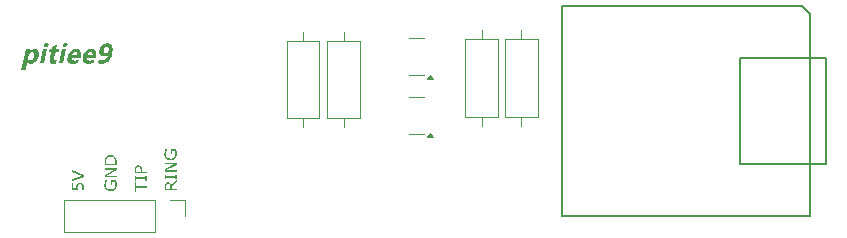
<source format=gbr>
%TF.GenerationSoftware,KiCad,Pcbnew,9.0.5*%
%TF.CreationDate,2025-12-21T06:59:47+02:00*%
%TF.ProjectId,cheating-calc,63686561-7469-46e6-972d-63616c632e6b,rev?*%
%TF.SameCoordinates,Original*%
%TF.FileFunction,Legend,Top*%
%TF.FilePolarity,Positive*%
%FSLAX46Y46*%
G04 Gerber Fmt 4.6, Leading zero omitted, Abs format (unit mm)*
G04 Created by KiCad (PCBNEW 9.0.5) date 2025-12-21 06:59:47*
%MOMM*%
%LPD*%
G01*
G04 APERTURE LIST*
%ADD10C,0.150000*%
%ADD11C,0.200000*%
%ADD12C,0.120000*%
%ADD13C,0.127000*%
G04 APERTURE END LIST*
D10*
G36*
X101684000Y-68793295D02*
G01*
X101281487Y-69133526D01*
X101281487Y-69324096D01*
X101684000Y-69324096D01*
X101684000Y-69459346D01*
X100667949Y-69459346D01*
X100667949Y-69174497D01*
X100668307Y-69164911D01*
X100785186Y-69164911D01*
X100785186Y-69324096D01*
X101164251Y-69324096D01*
X101164251Y-69187503D01*
X101161272Y-69125389D01*
X101153138Y-69075457D01*
X101136959Y-69030805D01*
X101111616Y-68994124D01*
X101080961Y-68967275D01*
X101046526Y-68948756D01*
X101006989Y-68938073D01*
X100953164Y-68934040D01*
X100911672Y-68938043D01*
X100876594Y-68949428D01*
X100846302Y-68969359D01*
X100820235Y-69000291D01*
X100803899Y-69031739D01*
X100792941Y-69069961D01*
X100787274Y-69112054D01*
X100785186Y-69164911D01*
X100668307Y-69164911D01*
X100671253Y-69086060D01*
X100679917Y-69020808D01*
X100696786Y-68961874D01*
X100722660Y-68910105D01*
X100762406Y-68860518D01*
X100810587Y-68823704D01*
X100847193Y-68807071D01*
X100891444Y-68796437D01*
X100944982Y-68792624D01*
X101016555Y-68799184D01*
X101077301Y-68817840D01*
X101129324Y-68847945D01*
X101174032Y-68888694D01*
X101211242Y-68939004D01*
X101241126Y-69000291D01*
X101684000Y-68617746D01*
X101684000Y-68793295D01*
G37*
G36*
X101684000Y-68127673D02*
G01*
X101684000Y-68529330D01*
X101578487Y-68529330D01*
X101578487Y-68396157D01*
X100773462Y-68396157D01*
X100773462Y-68529330D01*
X100667949Y-68529330D01*
X100667949Y-68127673D01*
X100773462Y-68127673D01*
X100773462Y-68260907D01*
X101578487Y-68260907D01*
X101578487Y-68127673D01*
X101684000Y-68127673D01*
G37*
G36*
X101684000Y-67121148D02*
G01*
X101684000Y-67288515D01*
X100775111Y-67770834D01*
X101684000Y-67770834D01*
X101684000Y-67897168D01*
X100667949Y-67897168D01*
X100667949Y-67687486D01*
X101497703Y-67247543D01*
X100667949Y-67247543D01*
X100667949Y-67121148D01*
X101684000Y-67121148D01*
G37*
G36*
X101608590Y-66002454D02*
G01*
X101643870Y-66088323D01*
X101675207Y-66184538D01*
X101696642Y-66282857D01*
X101703539Y-66375413D01*
X101699730Y-66454151D01*
X101688664Y-66526558D01*
X101670749Y-66593339D01*
X101644788Y-66657050D01*
X101612028Y-66713001D01*
X101572442Y-66762050D01*
X101525321Y-66804822D01*
X101470440Y-66841012D01*
X101406845Y-66870677D01*
X101339520Y-66891284D01*
X101262484Y-66904313D01*
X101174265Y-66908901D01*
X101076108Y-66902582D01*
X100990193Y-66884549D01*
X100914714Y-66855745D01*
X100848177Y-66816499D01*
X100789460Y-66766507D01*
X100740134Y-66707371D01*
X100701277Y-66640056D01*
X100672669Y-66563380D01*
X100654713Y-66475787D01*
X100648410Y-66375413D01*
X100653500Y-66288442D01*
X100669109Y-66198154D01*
X100695949Y-66106960D01*
X100739207Y-66003126D01*
X100898515Y-66003126D01*
X100898515Y-66015399D01*
X100856688Y-66076887D01*
X100813457Y-66156144D01*
X100795012Y-66205221D01*
X100779263Y-66263062D01*
X100769242Y-66324974D01*
X100765646Y-66398677D01*
X100770412Y-66466867D01*
X100784064Y-66526824D01*
X100806005Y-66579829D01*
X100836153Y-66626915D01*
X100874945Y-66668810D01*
X100932088Y-66710933D01*
X100999103Y-66741836D01*
X101077882Y-66761316D01*
X101170845Y-66768217D01*
X101250892Y-66763488D01*
X101320098Y-66750086D01*
X101380020Y-66728887D01*
X101431977Y-66700333D01*
X101477004Y-66664414D01*
X101515577Y-66620912D01*
X101545714Y-66571814D01*
X101567742Y-66516326D01*
X101581493Y-66453359D01*
X101586302Y-66381580D01*
X101583106Y-66316144D01*
X101573480Y-66250727D01*
X101558246Y-66187845D01*
X101540263Y-66136300D01*
X101293211Y-66136300D01*
X101293211Y-66408875D01*
X101172066Y-66408875D01*
X101172066Y-66002454D01*
X101608590Y-66002454D01*
G37*
G36*
X96528590Y-68610968D02*
G01*
X96563870Y-68696837D01*
X96595207Y-68793051D01*
X96616642Y-68891370D01*
X96623539Y-68983927D01*
X96619730Y-69062665D01*
X96608664Y-69135072D01*
X96590749Y-69201853D01*
X96564788Y-69265563D01*
X96532028Y-69321514D01*
X96492442Y-69370563D01*
X96445321Y-69413336D01*
X96390440Y-69449526D01*
X96326845Y-69479190D01*
X96259520Y-69499798D01*
X96182484Y-69512827D01*
X96094265Y-69517414D01*
X95996108Y-69511096D01*
X95910193Y-69493062D01*
X95834714Y-69464258D01*
X95768177Y-69425012D01*
X95709460Y-69375021D01*
X95660134Y-69315885D01*
X95621277Y-69248570D01*
X95592669Y-69171894D01*
X95574713Y-69084300D01*
X95568410Y-68983927D01*
X95573500Y-68896956D01*
X95589109Y-68806668D01*
X95615949Y-68715473D01*
X95659207Y-68611640D01*
X95818515Y-68611640D01*
X95818515Y-68623913D01*
X95776688Y-68685401D01*
X95733457Y-68764658D01*
X95715012Y-68813734D01*
X95699263Y-68871575D01*
X95689242Y-68933488D01*
X95685646Y-69007191D01*
X95690412Y-69075380D01*
X95704064Y-69135338D01*
X95726005Y-69188343D01*
X95756153Y-69235428D01*
X95794945Y-69277324D01*
X95852088Y-69319447D01*
X95919103Y-69350350D01*
X95997882Y-69369830D01*
X96090845Y-69376730D01*
X96170892Y-69372002D01*
X96240098Y-69358600D01*
X96300020Y-69337400D01*
X96351977Y-69308847D01*
X96397004Y-69272927D01*
X96435577Y-69229425D01*
X96465714Y-69180327D01*
X96487742Y-69124840D01*
X96501493Y-69061872D01*
X96506302Y-68990094D01*
X96503106Y-68924658D01*
X96493480Y-68859241D01*
X96478246Y-68796359D01*
X96460263Y-68744813D01*
X96213211Y-68744813D01*
X96213211Y-69017388D01*
X96092066Y-69017388D01*
X96092066Y-68610968D01*
X96528590Y-68610968D01*
G37*
G36*
X96604000Y-67597910D02*
G01*
X96604000Y-67765277D01*
X95695111Y-68247596D01*
X96604000Y-68247596D01*
X96604000Y-68373930D01*
X95587949Y-68373930D01*
X95587949Y-68164248D01*
X96417703Y-67724306D01*
X95587949Y-67724306D01*
X95587949Y-67597910D01*
X96604000Y-67597910D01*
G37*
G36*
X96187791Y-66475212D02*
G01*
X96271040Y-66495449D01*
X96348094Y-66528737D01*
X96418536Y-66574245D01*
X96476331Y-66627723D01*
X96522789Y-66689632D01*
X96559541Y-66762653D01*
X96584887Y-66845031D01*
X96598622Y-66937475D01*
X96604000Y-67070773D01*
X96604000Y-67327594D01*
X95587949Y-67327594D01*
X95587949Y-67073520D01*
X95588305Y-67065277D01*
X95705186Y-67065277D01*
X95705186Y-67192345D01*
X96486763Y-67192345D01*
X96486763Y-67065277D01*
X96482925Y-66970715D01*
X96472475Y-66894857D01*
X96451973Y-66824848D01*
X96419413Y-66761317D01*
X96383533Y-66714668D01*
X96341343Y-66676998D01*
X96292224Y-66647561D01*
X96238300Y-66627349D01*
X96173256Y-66614323D01*
X96094936Y-66609642D01*
X96016446Y-66614718D01*
X95950223Y-66628970D01*
X95894291Y-66651347D01*
X95843859Y-66683557D01*
X95801212Y-66724687D01*
X95765697Y-66775666D01*
X95736872Y-66837654D01*
X95718436Y-66903405D01*
X95708779Y-66974324D01*
X95705186Y-67065277D01*
X95588305Y-67065277D01*
X95594046Y-66932235D01*
X95609443Y-66836849D01*
X95635849Y-66753546D01*
X95668488Y-66688227D01*
X95716582Y-66623973D01*
X95773841Y-66570275D01*
X95841107Y-66526355D01*
X95915086Y-66494862D01*
X95999712Y-66475186D01*
X96097012Y-66468287D01*
X96187791Y-66475212D01*
G37*
G36*
X98249094Y-68733883D02*
G01*
X98249094Y-69097317D01*
X99144000Y-69097317D01*
X99144000Y-69232566D01*
X98249094Y-69232566D01*
X98249094Y-69596000D01*
X98127949Y-69596000D01*
X98127949Y-68733883D01*
X98249094Y-68733883D01*
G37*
G36*
X99144000Y-68238070D02*
G01*
X99144000Y-68639728D01*
X99038487Y-68639728D01*
X99038487Y-68506554D01*
X98233462Y-68506554D01*
X98233462Y-68639728D01*
X98127949Y-68639728D01*
X98127949Y-68238070D01*
X98233462Y-68238070D01*
X98233462Y-68371305D01*
X99038487Y-68371305D01*
X99038487Y-68238070D01*
X99144000Y-68238070D01*
G37*
G36*
X98500520Y-67348258D02*
G01*
X98560015Y-67365818D01*
X98614015Y-67394230D01*
X98659910Y-67431703D01*
X98691921Y-67468808D01*
X98718115Y-67510110D01*
X98738678Y-67556083D01*
X98752533Y-67604600D01*
X98761630Y-67664249D01*
X98764935Y-67737067D01*
X98764935Y-67872317D01*
X99144000Y-67872317D01*
X99144000Y-68007566D01*
X98127949Y-68007566D01*
X98127949Y-67738411D01*
X98245186Y-67738411D01*
X98245186Y-67872317D01*
X98647698Y-67872317D01*
X98647698Y-67758255D01*
X98643638Y-67680163D01*
X98633166Y-67625021D01*
X98613836Y-67577717D01*
X98586821Y-67541673D01*
X98552734Y-67513752D01*
X98518494Y-67496244D01*
X98481229Y-67486390D01*
X98438016Y-67482933D01*
X98388136Y-67487777D01*
X98347340Y-67501373D01*
X98312497Y-67524436D01*
X98284448Y-67557366D01*
X98266605Y-67592016D01*
X98254345Y-67632226D01*
X98247723Y-67676998D01*
X98245186Y-67738411D01*
X98127949Y-67738411D01*
X98127949Y-67731633D01*
X98132148Y-67643608D01*
X98143337Y-67576539D01*
X98163309Y-67515917D01*
X98191391Y-67463821D01*
X98219745Y-67427669D01*
X98251929Y-67397906D01*
X98288234Y-67374000D01*
X98328104Y-67357046D01*
X98376389Y-67346160D01*
X98434840Y-67342249D01*
X98500520Y-67348258D01*
G37*
G36*
X93485828Y-68805630D02*
G01*
X93555375Y-68812143D01*
X93621566Y-68831580D01*
X93681895Y-68862754D01*
X93730682Y-68902655D01*
X93772582Y-68956093D01*
X93803954Y-69019770D01*
X93822798Y-69091030D01*
X93829539Y-69177245D01*
X93825133Y-69259556D01*
X93812137Y-69337774D01*
X93792116Y-69411558D01*
X93770188Y-69468260D01*
X93626329Y-69468260D01*
X93626329Y-69458674D01*
X93658754Y-69399373D01*
X93687206Y-69327577D01*
X93706166Y-69252286D01*
X93712302Y-69179993D01*
X93708864Y-69132099D01*
X93698625Y-69086020D01*
X93679869Y-69043269D01*
X93650631Y-69005115D01*
X93618460Y-68978820D01*
X93580106Y-68959686D01*
X93536971Y-68948351D01*
X93484851Y-68944299D01*
X93434713Y-68949141D01*
X93395764Y-68962434D01*
X93362882Y-68984150D01*
X93337512Y-69012625D01*
X93315729Y-69051112D01*
X93300875Y-69099087D01*
X93293040Y-69151538D01*
X93290251Y-69212782D01*
X93292237Y-69272241D01*
X93298066Y-69328554D01*
X93313698Y-69424541D01*
X92793949Y-69424541D01*
X92793949Y-68812468D01*
X92911186Y-68812468D01*
X92911186Y-69292711D01*
X93182418Y-69292711D01*
X93178326Y-69232627D01*
X93176922Y-69179321D01*
X93180662Y-69099289D01*
X93190905Y-69034485D01*
X93210301Y-68974798D01*
X93240364Y-68920424D01*
X93267836Y-68886674D01*
X93299968Y-68858568D01*
X93337206Y-68835733D01*
X93377836Y-68819666D01*
X93426823Y-68809338D01*
X93485828Y-68805630D01*
G37*
G36*
X92793949Y-67767353D02*
G01*
X93810000Y-68137625D01*
X93810000Y-68317938D01*
X92793949Y-68688210D01*
X92793949Y-68543374D01*
X93687878Y-68224393D01*
X92793949Y-67905351D01*
X92793949Y-67767353D01*
G37*
D11*
G36*
X89751607Y-57506400D02*
G01*
X89837911Y-57537132D01*
X89905443Y-57585625D01*
X89957500Y-57653142D01*
X89991503Y-57732274D01*
X90010177Y-57827559D01*
X90011373Y-57942907D01*
X89991444Y-58082887D01*
X89951462Y-58228686D01*
X89897378Y-58354953D01*
X89829861Y-58464174D01*
X89748856Y-58558306D01*
X89652624Y-58638221D01*
X89551750Y-58693512D01*
X89444717Y-58726438D01*
X89329387Y-58737574D01*
X89228263Y-58726045D01*
X89150117Y-58694160D01*
X89089515Y-58643155D01*
X89043721Y-58570451D01*
X89039153Y-58570451D01*
X88896735Y-59255760D01*
X88537784Y-59255760D01*
X88744679Y-58260661D01*
X89105861Y-58260661D01*
X89114042Y-58325881D01*
X89136832Y-58379349D01*
X89174191Y-58421787D01*
X89223234Y-58447409D01*
X89287866Y-58456579D01*
X89365487Y-58445964D01*
X89434719Y-58414520D01*
X89498067Y-58360353D01*
X89548294Y-58291579D01*
X89590145Y-58202150D01*
X89622424Y-58087558D01*
X89636113Y-57978095D01*
X89628963Y-57900615D01*
X89606653Y-57846333D01*
X89571155Y-57808830D01*
X89520345Y-57785095D01*
X89448553Y-57776253D01*
X89378384Y-57785457D01*
X89313112Y-57813094D01*
X89250808Y-57861060D01*
X89200075Y-57922031D01*
X89161168Y-57995956D01*
X89134341Y-58085275D01*
X89114722Y-58179839D01*
X89105861Y-58260661D01*
X88744679Y-58260661D01*
X88898292Y-57521831D01*
X89257244Y-57521831D01*
X89219563Y-57703071D01*
X89224131Y-57703071D01*
X89319734Y-57609350D01*
X89419844Y-57545536D01*
X89526105Y-57507932D01*
X89641108Y-57495257D01*
X89751607Y-57506400D01*
G37*
G36*
X90594956Y-57329172D02*
G01*
X90536927Y-57322426D01*
X90492208Y-57303764D01*
X90457624Y-57273845D01*
X90433959Y-57234807D01*
X90423902Y-57190377D01*
X90427937Y-57138070D01*
X90445173Y-57086248D01*
X90473543Y-57041595D01*
X90513989Y-57002919D01*
X90562099Y-56973896D01*
X90614863Y-56956464D01*
X90673639Y-56950498D01*
X90732759Y-56956983D01*
X90777797Y-56974771D01*
X90812112Y-57002919D01*
X90835607Y-57040193D01*
X90845667Y-57084272D01*
X90841385Y-57138070D01*
X90824041Y-57190721D01*
X90795681Y-57236171D01*
X90755436Y-57275610D01*
X90707491Y-57305231D01*
X90654482Y-57323056D01*
X90594956Y-57329172D01*
G37*
G36*
X90484821Y-58711001D02*
G01*
X90125869Y-58711001D01*
X90373128Y-57521831D01*
X90732080Y-57521831D01*
X90484821Y-58711001D01*
G37*
G36*
X91507905Y-58697091D02*
G01*
X91447719Y-58717979D01*
X91366793Y-58732221D01*
X91259919Y-58737574D01*
X91154070Y-58728053D01*
X91076372Y-58702627D01*
X91019992Y-58664044D01*
X90980427Y-58612156D01*
X90956188Y-58543951D01*
X90949087Y-58454105D01*
X90963976Y-58335648D01*
X91076914Y-57792446D01*
X90888408Y-57792446D01*
X90944669Y-57521831D01*
X91133176Y-57521831D01*
X91186115Y-57266890D01*
X91565516Y-57163087D01*
X91490985Y-57521831D01*
X91752258Y-57521831D01*
X91695997Y-57792446D01*
X91434724Y-57792446D01*
X91335073Y-58271498D01*
X91327071Y-58346870D01*
X91335901Y-58396650D01*
X91356898Y-58429113D01*
X91390272Y-58449081D01*
X91440952Y-58456579D01*
X91498149Y-58449278D01*
X91564374Y-58425334D01*
X91507905Y-58697091D01*
G37*
G36*
X92196017Y-57329172D02*
G01*
X92137987Y-57322426D01*
X92093269Y-57303764D01*
X92058685Y-57273845D01*
X92035020Y-57234807D01*
X92024963Y-57190377D01*
X92028997Y-57138070D01*
X92046234Y-57086248D01*
X92074603Y-57041595D01*
X92115050Y-57002919D01*
X92163160Y-56973896D01*
X92215924Y-56956464D01*
X92274699Y-56950498D01*
X92333819Y-56956983D01*
X92378857Y-56974771D01*
X92413173Y-57002919D01*
X92436668Y-57040193D01*
X92446727Y-57084272D01*
X92442445Y-57138070D01*
X92425102Y-57190721D01*
X92396741Y-57236171D01*
X92356496Y-57275610D01*
X92308552Y-57305231D01*
X92255543Y-57323056D01*
X92196017Y-57329172D01*
G37*
G36*
X92085881Y-58711001D02*
G01*
X91726930Y-58711001D01*
X91974189Y-57521831D01*
X92333141Y-57521831D01*
X92085881Y-58711001D01*
G37*
G36*
X93294315Y-57506387D02*
G01*
X93393044Y-57536904D01*
X93470108Y-57584322D01*
X93529576Y-57648782D01*
X93571003Y-57726876D01*
X93594962Y-57819659D01*
X93599851Y-57930942D01*
X93582101Y-58065345D01*
X93550233Y-58218766D01*
X92791536Y-58218766D01*
X92789336Y-58300942D01*
X92805287Y-58362665D01*
X92836870Y-58409547D01*
X92885515Y-58444773D01*
X92956275Y-58468424D01*
X93056960Y-58477443D01*
X93182583Y-58467112D01*
X93300828Y-58436536D01*
X93413421Y-58385474D01*
X93358509Y-58649549D01*
X93235731Y-58696825D01*
X93091295Y-58726889D01*
X92921186Y-58737574D01*
X92780397Y-58725943D01*
X92669986Y-58694090D01*
X92583633Y-58644851D01*
X92516769Y-58578548D01*
X92469301Y-58497034D01*
X92441382Y-58399075D01*
X92434710Y-58280204D01*
X92453449Y-58134893D01*
X92493774Y-57993513D01*
X92836067Y-57993513D01*
X93264359Y-57993513D01*
X93274938Y-57892001D01*
X93262424Y-57824648D01*
X93232985Y-57780399D01*
X93185998Y-57752967D01*
X93114364Y-57742620D01*
X93059393Y-57750127D01*
X93005093Y-57773261D01*
X92949939Y-57814452D01*
X92902994Y-57865810D01*
X92865112Y-57925140D01*
X92836067Y-57993513D01*
X92493774Y-57993513D01*
X92494437Y-57991188D01*
X92552407Y-57867077D01*
X92626940Y-57759882D01*
X92718666Y-57667674D01*
X92825786Y-57590713D01*
X92935415Y-57537438D01*
X93048910Y-57505853D01*
X93168030Y-57495257D01*
X93294315Y-57506387D01*
G37*
G36*
X94581475Y-57506387D02*
G01*
X94680204Y-57536904D01*
X94757268Y-57584322D01*
X94816736Y-57648782D01*
X94858162Y-57726876D01*
X94882122Y-57819659D01*
X94887010Y-57930942D01*
X94869261Y-58065345D01*
X94837393Y-58218766D01*
X94078695Y-58218766D01*
X94076496Y-58300942D01*
X94092447Y-58362665D01*
X94124029Y-58409547D01*
X94172675Y-58444773D01*
X94243435Y-58468424D01*
X94344120Y-58477443D01*
X94469743Y-58467112D01*
X94587988Y-58436536D01*
X94700580Y-58385474D01*
X94645669Y-58649549D01*
X94522891Y-58696825D01*
X94378455Y-58726889D01*
X94208346Y-58737574D01*
X94067557Y-58725943D01*
X93957146Y-58694090D01*
X93870793Y-58644851D01*
X93803928Y-58578548D01*
X93756461Y-58497034D01*
X93728541Y-58399075D01*
X93721870Y-58280204D01*
X93740608Y-58134893D01*
X93780934Y-57993513D01*
X94123227Y-57993513D01*
X94551519Y-57993513D01*
X94562098Y-57892001D01*
X94549583Y-57824648D01*
X94520144Y-57780399D01*
X94473158Y-57752967D01*
X94401523Y-57742620D01*
X94346552Y-57750127D01*
X94292253Y-57773261D01*
X94237099Y-57814452D01*
X94190154Y-57865810D01*
X94152272Y-57925140D01*
X94123227Y-57993513D01*
X93780934Y-57993513D01*
X93781597Y-57991188D01*
X93839567Y-57867077D01*
X93914099Y-57759882D01*
X94005826Y-57667674D01*
X94112946Y-57590713D01*
X94222574Y-57537438D01*
X94336070Y-57505853D01*
X94455190Y-57495257D01*
X94581475Y-57506387D01*
G37*
G36*
X95929127Y-57023243D02*
G01*
X96004344Y-57041169D01*
X96069433Y-57069768D01*
X96127739Y-57109957D01*
X96176925Y-57160443D01*
X96217664Y-57222359D01*
X96247426Y-57290794D01*
X96268667Y-57371661D01*
X96280362Y-57467127D01*
X96278019Y-57616403D01*
X96250985Y-57796598D01*
X96215042Y-57942803D01*
X96171516Y-58074445D01*
X96120920Y-58192815D01*
X96059742Y-58305815D01*
X95992850Y-58403779D01*
X95920372Y-58488135D01*
X95838688Y-58562990D01*
X95751635Y-58624411D01*
X95658684Y-58673216D01*
X95560185Y-58708782D01*
X95456539Y-58730284D01*
X95346652Y-58737574D01*
X95214433Y-58729518D01*
X95105490Y-58707170D01*
X95015935Y-58672593D01*
X95078736Y-58370630D01*
X95156644Y-58416853D01*
X95252180Y-58446092D01*
X95369800Y-58456579D01*
X95459935Y-58448398D01*
X95541592Y-58424498D01*
X95616522Y-58384941D01*
X95685984Y-58328589D01*
X95743634Y-58261495D01*
X95793607Y-58179125D01*
X95835562Y-58079054D01*
X95868574Y-57958323D01*
X95862346Y-57956040D01*
X95785690Y-58028425D01*
X95701021Y-58079044D01*
X95606616Y-58109693D01*
X95499865Y-58120256D01*
X95404125Y-58110288D01*
X95323296Y-58081849D01*
X95253675Y-58035824D01*
X95198940Y-57975347D01*
X95159904Y-57902098D01*
X95136139Y-57812999D01*
X95130645Y-57716549D01*
X95140564Y-57638125D01*
X95493134Y-57638125D01*
X95493845Y-57690511D01*
X95503601Y-57738414D01*
X95520833Y-57776253D01*
X95546446Y-57807004D01*
X95579690Y-57829296D01*
X95619022Y-57842622D01*
X95666885Y-57847358D01*
X95713385Y-57842536D01*
X95757193Y-57828154D01*
X95797765Y-57805570D01*
X95834423Y-57776253D01*
X95866332Y-57740931D01*
X95893591Y-57699231D01*
X95914561Y-57653348D01*
X95928780Y-57603524D01*
X95937867Y-57540177D01*
X95938019Y-57482801D01*
X95929577Y-57428796D01*
X95913936Y-57385434D01*
X95889832Y-57348664D01*
X95858090Y-57320764D01*
X95819589Y-57302968D01*
X95773283Y-57296786D01*
X95727653Y-57302007D01*
X95683182Y-57317858D01*
X95641845Y-57342543D01*
X95603565Y-57375572D01*
X95570365Y-57415256D01*
X95540971Y-57463597D01*
X95518151Y-57516583D01*
X95502149Y-57574355D01*
X95493134Y-57638125D01*
X95140564Y-57638125D01*
X95144651Y-57605808D01*
X95181602Y-57479189D01*
X95236413Y-57366126D01*
X95308211Y-57264921D01*
X95392740Y-57179903D01*
X95490017Y-57110843D01*
X95598997Y-57059388D01*
X95716217Y-57027673D01*
X95841793Y-57016932D01*
X95929127Y-57023243D01*
G37*
D12*
%TO.C,Q1*%
X121968500Y-61559000D02*
X121318500Y-61559000D01*
X121968500Y-61559000D02*
X122618500Y-61559000D01*
X121968500Y-64679000D02*
X121318500Y-64679000D01*
X121968500Y-64679000D02*
X122618500Y-64679000D01*
X123371000Y-64959000D02*
X122891000Y-64959000D01*
X123131000Y-64629000D01*
X123371000Y-64959000D01*
G36*
X123371000Y-64959000D02*
G01*
X122891000Y-64959000D01*
X123131000Y-64629000D01*
X123371000Y-64959000D01*
G37*
%TO.C,J1*%
X92142000Y-70298000D02*
X92142000Y-72958000D01*
X99822000Y-70298000D02*
X92142000Y-70298000D01*
X99822000Y-70298000D02*
X99822000Y-72958000D01*
X99822000Y-72958000D02*
X92142000Y-72958000D01*
X101092000Y-70298000D02*
X102422000Y-70298000D01*
X102422000Y-70298000D02*
X102422000Y-71628000D01*
%TO.C,R4*%
X111025000Y-56801000D02*
X111025000Y-63341000D01*
X111025000Y-63341000D02*
X113765000Y-63341000D01*
X112395000Y-56031000D02*
X112395000Y-56801000D01*
X112395000Y-64111000D02*
X112395000Y-63341000D01*
X113765000Y-56801000D02*
X111025000Y-56801000D01*
X113765000Y-63341000D02*
X113765000Y-56801000D01*
%TO.C,R2*%
X129506000Y-56674000D02*
X129506000Y-63214000D01*
X129506000Y-63214000D02*
X132246000Y-63214000D01*
X130876000Y-55904000D02*
X130876000Y-56674000D01*
X130876000Y-63984000D02*
X130876000Y-63214000D01*
X132246000Y-56674000D02*
X129506000Y-56674000D01*
X132246000Y-63214000D02*
X132246000Y-56674000D01*
D13*
%TO.C,U1*%
X134280000Y-53866000D02*
X134280000Y-71666000D01*
X134280000Y-71666000D02*
X155280000Y-71666000D01*
X149352000Y-58262000D02*
X156705000Y-58262000D01*
X149352000Y-67261000D02*
X149352000Y-58262000D01*
X154608500Y-53866000D02*
X134280000Y-53866000D01*
X155280000Y-54537541D02*
X154608500Y-53866000D01*
X155280000Y-71666000D02*
X155280000Y-54537541D01*
X156704000Y-58266000D02*
X156704000Y-67261000D01*
X156704000Y-67261000D02*
X149352000Y-67261000D01*
D12*
%TO.C,R3*%
X114454000Y-56801000D02*
X114454000Y-63341000D01*
X114454000Y-63341000D02*
X117194000Y-63341000D01*
X115824000Y-56031000D02*
X115824000Y-56801000D01*
X115824000Y-64111000D02*
X115824000Y-63341000D01*
X117194000Y-56801000D02*
X114454000Y-56801000D01*
X117194000Y-63341000D02*
X117194000Y-56801000D01*
%TO.C,Q2*%
X121968500Y-56606000D02*
X121318500Y-56606000D01*
X121968500Y-56606000D02*
X122618500Y-56606000D01*
X121968500Y-59726000D02*
X121318500Y-59726000D01*
X121968500Y-59726000D02*
X122618500Y-59726000D01*
X123371000Y-60006000D02*
X122891000Y-60006000D01*
X123131000Y-59676000D01*
X123371000Y-60006000D01*
G36*
X123371000Y-60006000D02*
G01*
X122891000Y-60006000D01*
X123131000Y-59676000D01*
X123371000Y-60006000D01*
G37*
%TO.C,R1*%
X126138000Y-56674000D02*
X126138000Y-63214000D01*
X126138000Y-63214000D02*
X128878000Y-63214000D01*
X127508000Y-55904000D02*
X127508000Y-56674000D01*
X127508000Y-63984000D02*
X127508000Y-63214000D01*
X128878000Y-56674000D02*
X126138000Y-56674000D01*
X128878000Y-63214000D02*
X128878000Y-56674000D01*
%TD*%
M02*

</source>
